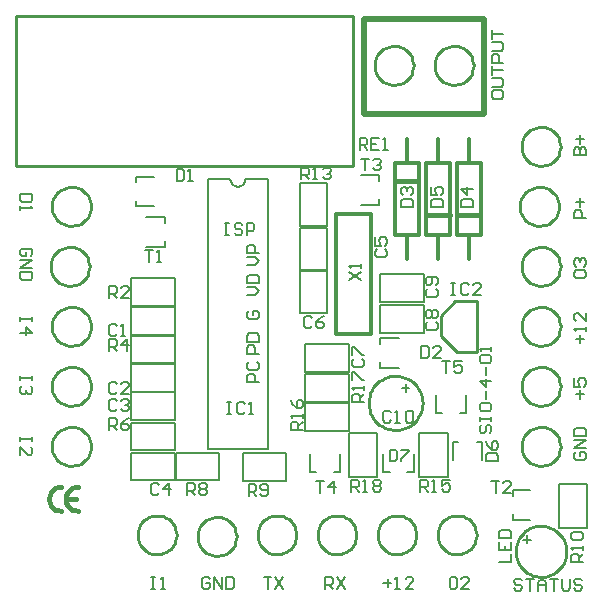
<source format=gto>
%FSLAX23Y23*%
%MOIN*%
G70*
G01*
G75*
%ADD10R,0.063X0.040*%
%ADD11R,0.050X0.040*%
%ADD12R,0.040X0.063*%
%ADD13R,0.040X0.050*%
%ADD14C,0.015*%
%ADD15C,0.025*%
%ADD16C,0.030*%
%ADD17C,0.010*%
%ADD18C,0.020*%
%ADD19C,0.008*%
%ADD20C,0.050*%
%ADD21C,0.062*%
%ADD22C,0.065*%
%ADD23C,0.180*%
%ADD24C,0.125*%
%ADD25C,0.075*%
%ADD26C,0.100*%
%ADD27C,0.069*%
%ADD28C,0.070*%
%ADD29R,0.062X0.062*%
%ADD30R,0.040X0.065*%
%ADD31R,0.065X0.040*%
%ADD32C,0.040*%
%ADD33R,0.040X0.062*%
%ADD34R,0.062X0.040*%
%ADD35C,0.009*%
%ADD36C,0.012*%
%ADD37C,0.007*%
D14*
X9248Y7383D02*
X9238Y7381D01*
X9229Y7378D01*
X9221Y7372D01*
X9215Y7365D01*
X9210Y7357D01*
X9208Y7347D01*
Y7338D01*
X9210Y7328D01*
X9215Y7320D01*
X9221Y7313D01*
X9229Y7307D01*
X9238Y7304D01*
X9248Y7302D01*
X9193Y7383D02*
X9183Y7381D01*
X9174Y7378D01*
X9166Y7372D01*
X9160Y7365D01*
X9155Y7357D01*
X9153Y7347D01*
Y7338D01*
X9155Y7328D01*
X9160Y7320D01*
X9166Y7313D01*
X9174Y7307D01*
X9183Y7304D01*
X9193Y7302D01*
X9212Y7343D02*
X9243D01*
X10517Y8288D02*
X10587D01*
X10413D02*
X10488D01*
X10307Y8403D02*
X10382D01*
D17*
X10877Y7168D02*
X10877Y7178D01*
X10875Y7187D01*
X10872Y7197D01*
X10868Y7206D01*
X10863Y7215D01*
X10857Y7223D01*
X10850Y7230D01*
X10842Y7237D01*
X10834Y7242D01*
X10824Y7246D01*
X10815Y7249D01*
X10805Y7252D01*
X10795Y7252D01*
X10785Y7252D01*
X10775Y7251D01*
X10765Y7248D01*
X10756Y7244D01*
X10747Y7239D01*
X10739Y7234D01*
X10732Y7227D01*
X10725Y7219D01*
X10719Y7211D01*
X10715Y7202D01*
X10711Y7192D01*
X10709Y7183D01*
X10708Y7173D01*
Y7162D01*
X10709Y7152D01*
X10711Y7143D01*
X10715Y7133D01*
X10719Y7124D01*
X10725Y7116D01*
X10732Y7108D01*
X10739Y7101D01*
X10747Y7096D01*
X10756Y7091D01*
X10765Y7087D01*
X10775Y7084D01*
X10785Y7083D01*
X10795Y7083D01*
X10805Y7083D01*
X10815Y7086D01*
X10824Y7089D01*
X10834Y7093D01*
X10842Y7098D01*
X10850Y7105D01*
X10857Y7112D01*
X10863Y7120D01*
X10868Y7129D01*
X10872Y7138D01*
X10875Y7148D01*
X10877Y7157D01*
X10877Y7168D01*
X10398Y7662D02*
X10397Y7672D01*
X10395Y7682D01*
X10393Y7692D01*
X10389Y7701D01*
X10384Y7710D01*
X10379Y7718D01*
X10372Y7725D01*
X10365Y7732D01*
X10357Y7738D01*
X10348Y7743D01*
X10339Y7747D01*
X10330Y7750D01*
X10320Y7752D01*
X10310Y7752D01*
X10300Y7752D01*
X10290Y7751D01*
X10281Y7748D01*
X10271Y7745D01*
X10262Y7740D01*
X10254Y7735D01*
X10247Y7729D01*
X10240Y7722D01*
X10234Y7714D01*
X10228Y7705D01*
X10224Y7696D01*
X10221Y7687D01*
X10219Y7677D01*
X10218Y7667D01*
Y7658D01*
X10219Y7648D01*
X10221Y7638D01*
X10224Y7629D01*
X10228Y7620D01*
X10234Y7611D01*
X10240Y7603D01*
X10247Y7596D01*
X10254Y7590D01*
X10262Y7585D01*
X10271Y7580D01*
X10281Y7577D01*
X10290Y7574D01*
X10300Y7573D01*
X10310Y7573D01*
X10320Y7573D01*
X10330Y7575D01*
X10339Y7578D01*
X10348Y7582D01*
X10357Y7587D01*
X10365Y7593D01*
X10372Y7600D01*
X10379Y7607D01*
X10384Y7615D01*
X10389Y7624D01*
X10393Y7633D01*
X10395Y7643D01*
X10397Y7653D01*
X10398Y7662D01*
X9292Y8318D02*
X9292Y8327D01*
X9289Y8337D01*
X9286Y8346D01*
X9281Y8355D01*
X9274Y8363D01*
X9267Y8369D01*
X9259Y8375D01*
X9249Y8379D01*
X9240Y8381D01*
X9230Y8382D01*
X9220Y8382D01*
X9210Y8380D01*
X9201Y8377D01*
X9192Y8372D01*
X9184Y8366D01*
X9177Y8359D01*
X9172Y8351D01*
X9167Y8342D01*
X9164Y8332D01*
X9163Y8322D01*
Y8313D01*
X9164Y8303D01*
X9167Y8293D01*
X9172Y8284D01*
X9177Y8276D01*
X9184Y8269D01*
X9192Y8263D01*
X9201Y8258D01*
X9210Y8255D01*
X9220Y8253D01*
X9230Y8253D01*
X9240Y8254D01*
X9249Y8256D01*
X9259Y8260D01*
X9267Y8266D01*
X9274Y8272D01*
X9281Y8280D01*
X9286Y8289D01*
X9289Y8298D01*
X9292Y8308D01*
X9292Y8318D01*
X9288Y8118D02*
X9287Y8127D01*
X9284Y8137D01*
X9281Y8146D01*
X9276Y8155D01*
X9269Y8163D01*
X9262Y8169D01*
X9254Y8175D01*
X9244Y8179D01*
X9235Y8181D01*
X9225Y8182D01*
X9215Y8182D01*
X9205Y8180D01*
X9196Y8177D01*
X9187Y8172D01*
X9179Y8166D01*
X9172Y8159D01*
X9167Y8151D01*
X9162Y8142D01*
X9159Y8132D01*
X9158Y8122D01*
Y8113D01*
X9159Y8103D01*
X9162Y8093D01*
X9167Y8084D01*
X9172Y8076D01*
X9179Y8069D01*
X9187Y8063D01*
X9196Y8058D01*
X9205Y8055D01*
X9215Y8053D01*
X9225Y8053D01*
X9235Y8054D01*
X9244Y8056D01*
X9254Y8060D01*
X9262Y8066D01*
X9269Y8072D01*
X9276Y8080D01*
X9281Y8089D01*
X9284Y8098D01*
X9287Y8108D01*
X9288Y8118D01*
X9292Y7918D02*
X9292Y7927D01*
X9289Y7937D01*
X9286Y7946D01*
X9281Y7955D01*
X9274Y7963D01*
X9267Y7969D01*
X9259Y7975D01*
X9249Y7979D01*
X9240Y7981D01*
X9230Y7982D01*
X9220Y7982D01*
X9210Y7980D01*
X9201Y7977D01*
X9192Y7972D01*
X9184Y7966D01*
X9177Y7959D01*
X9172Y7951D01*
X9167Y7942D01*
X9164Y7932D01*
X9163Y7922D01*
Y7913D01*
X9164Y7903D01*
X9167Y7893D01*
X9172Y7884D01*
X9177Y7876D01*
X9184Y7869D01*
X9192Y7863D01*
X9201Y7858D01*
X9210Y7855D01*
X9220Y7853D01*
X9230Y7853D01*
X9240Y7854D01*
X9249Y7856D01*
X9259Y7860D01*
X9267Y7866D01*
X9274Y7872D01*
X9281Y7880D01*
X9286Y7889D01*
X9289Y7898D01*
X9292Y7908D01*
X9292Y7918D01*
Y7718D02*
X9292Y7727D01*
X9289Y7737D01*
X9286Y7746D01*
X9281Y7755D01*
X9274Y7763D01*
X9267Y7769D01*
X9259Y7775D01*
X9249Y7779D01*
X9240Y7781D01*
X9230Y7782D01*
X9220Y7782D01*
X9210Y7780D01*
X9201Y7777D01*
X9192Y7772D01*
X9184Y7766D01*
X9177Y7759D01*
X9172Y7751D01*
X9167Y7742D01*
X9164Y7732D01*
X9163Y7722D01*
Y7713D01*
X9164Y7703D01*
X9167Y7693D01*
X9172Y7684D01*
X9177Y7676D01*
X9184Y7669D01*
X9192Y7663D01*
X9201Y7658D01*
X9210Y7655D01*
X9220Y7653D01*
X9230Y7653D01*
X9240Y7654D01*
X9249Y7656D01*
X9259Y7660D01*
X9267Y7666D01*
X9274Y7672D01*
X9281Y7680D01*
X9286Y7689D01*
X9289Y7698D01*
X9292Y7708D01*
X9292Y7718D01*
Y7517D02*
X9292Y7527D01*
X9289Y7537D01*
X9286Y7546D01*
X9281Y7555D01*
X9274Y7563D01*
X9267Y7569D01*
X9259Y7575D01*
X9249Y7579D01*
X9240Y7581D01*
X9230Y7582D01*
X9220Y7582D01*
X9210Y7580D01*
X9201Y7577D01*
X9192Y7572D01*
X9184Y7566D01*
X9177Y7559D01*
X9172Y7551D01*
X9167Y7542D01*
X9164Y7532D01*
X9163Y7522D01*
Y7513D01*
X9164Y7503D01*
X9167Y7493D01*
X9172Y7484D01*
X9177Y7476D01*
X9184Y7469D01*
X9192Y7463D01*
X9201Y7458D01*
X9210Y7455D01*
X9220Y7453D01*
X9230Y7453D01*
X9240Y7454D01*
X9249Y7456D01*
X9259Y7460D01*
X9267Y7466D01*
X9274Y7472D01*
X9281Y7480D01*
X9286Y7489D01*
X9289Y7498D01*
X9292Y7508D01*
X9292Y7517D01*
X10368Y8788D02*
X10367Y8797D01*
X10364Y8807D01*
X10361Y8816D01*
X10356Y8825D01*
X10349Y8833D01*
X10342Y8839D01*
X10334Y8845D01*
X10324Y8849D01*
X10315Y8851D01*
X10305Y8852D01*
X10295Y8852D01*
X10285Y8850D01*
X10276Y8847D01*
X10267Y8842D01*
X10259Y8836D01*
X10252Y8829D01*
X10247Y8821D01*
X10242Y8812D01*
X10239Y8802D01*
X10238Y8792D01*
Y8783D01*
X10239Y8773D01*
X10242Y8763D01*
X10247Y8754D01*
X10252Y8746D01*
X10259Y8739D01*
X10267Y8733D01*
X10276Y8728D01*
X10285Y8725D01*
X10295Y8723D01*
X10305Y8723D01*
X10315Y8724D01*
X10324Y8726D01*
X10334Y8730D01*
X10342Y8736D01*
X10349Y8742D01*
X10356Y8750D01*
X10361Y8759D01*
X10364Y8768D01*
X10367Y8778D01*
X10368Y8788D01*
X10568D02*
X10567Y8797D01*
X10564Y8807D01*
X10561Y8816D01*
X10556Y8825D01*
X10549Y8833D01*
X10542Y8839D01*
X10534Y8845D01*
X10524Y8849D01*
X10515Y8851D01*
X10505Y8852D01*
X10495Y8852D01*
X10485Y8850D01*
X10476Y8847D01*
X10467Y8842D01*
X10459Y8836D01*
X10452Y8829D01*
X10447Y8821D01*
X10442Y8812D01*
X10439Y8802D01*
X10438Y8792D01*
Y8783D01*
X10439Y8773D01*
X10442Y8763D01*
X10447Y8754D01*
X10452Y8746D01*
X10459Y8739D01*
X10467Y8733D01*
X10476Y8728D01*
X10485Y8725D01*
X10495Y8723D01*
X10505Y8723D01*
X10515Y8724D01*
X10524Y8726D01*
X10534Y8730D01*
X10542Y8736D01*
X10549Y8742D01*
X10556Y8750D01*
X10561Y8759D01*
X10564Y8768D01*
X10567Y8778D01*
X10568Y8788D01*
X10858Y8517D02*
X10857Y8527D01*
X10854Y8537D01*
X10851Y8546D01*
X10846Y8555D01*
X10839Y8563D01*
X10832Y8569D01*
X10824Y8575D01*
X10814Y8579D01*
X10805Y8581D01*
X10795Y8582D01*
X10785Y8582D01*
X10775Y8580D01*
X10766Y8577D01*
X10757Y8572D01*
X10749Y8566D01*
X10742Y8559D01*
X10737Y8551D01*
X10732Y8542D01*
X10729Y8532D01*
X10728Y8522D01*
Y8513D01*
X10729Y8503D01*
X10732Y8493D01*
X10737Y8484D01*
X10742Y8476D01*
X10749Y8469D01*
X10757Y8463D01*
X10766Y8458D01*
X10775Y8455D01*
X10785Y8453D01*
X10795Y8453D01*
X10805Y8454D01*
X10814Y8456D01*
X10824Y8460D01*
X10832Y8466D01*
X10839Y8472D01*
X10846Y8480D01*
X10851Y8489D01*
X10854Y8498D01*
X10857Y8508D01*
X10858Y8517D01*
X10852Y8318D02*
X10852Y8327D01*
X10849Y8337D01*
X10846Y8346D01*
X10841Y8355D01*
X10834Y8363D01*
X10827Y8369D01*
X10819Y8375D01*
X10809Y8379D01*
X10800Y8381D01*
X10790Y8382D01*
X10780Y8382D01*
X10770Y8380D01*
X10761Y8377D01*
X10752Y8372D01*
X10744Y8366D01*
X10737Y8359D01*
X10732Y8351D01*
X10727Y8342D01*
X10724Y8332D01*
X10723Y8322D01*
Y8313D01*
X10724Y8303D01*
X10727Y8293D01*
X10732Y8284D01*
X10737Y8276D01*
X10744Y8269D01*
X10752Y8263D01*
X10761Y8258D01*
X10770Y8255D01*
X10780Y8253D01*
X10790Y8253D01*
X10800Y8254D01*
X10809Y8256D01*
X10819Y8260D01*
X10827Y8266D01*
X10834Y8272D01*
X10841Y8280D01*
X10846Y8289D01*
X10849Y8298D01*
X10852Y8308D01*
X10852Y8318D01*
X10858Y8118D02*
X10857Y8127D01*
X10854Y8137D01*
X10851Y8146D01*
X10846Y8155D01*
X10839Y8163D01*
X10832Y8169D01*
X10824Y8175D01*
X10814Y8179D01*
X10805Y8181D01*
X10795Y8182D01*
X10785Y8182D01*
X10775Y8180D01*
X10766Y8177D01*
X10757Y8172D01*
X10749Y8166D01*
X10742Y8159D01*
X10737Y8151D01*
X10732Y8142D01*
X10729Y8132D01*
X10728Y8122D01*
Y8113D01*
X10729Y8103D01*
X10732Y8093D01*
X10737Y8084D01*
X10742Y8076D01*
X10749Y8069D01*
X10757Y8063D01*
X10766Y8058D01*
X10775Y8055D01*
X10785Y8053D01*
X10795Y8053D01*
X10805Y8054D01*
X10814Y8056D01*
X10824Y8060D01*
X10832Y8066D01*
X10839Y8072D01*
X10846Y8080D01*
X10851Y8089D01*
X10854Y8098D01*
X10857Y8108D01*
X10858Y8118D01*
Y7918D02*
X10857Y7927D01*
X10854Y7937D01*
X10851Y7946D01*
X10846Y7955D01*
X10839Y7963D01*
X10832Y7969D01*
X10824Y7975D01*
X10814Y7979D01*
X10805Y7981D01*
X10795Y7982D01*
X10785Y7982D01*
X10775Y7980D01*
X10766Y7977D01*
X10757Y7972D01*
X10749Y7966D01*
X10742Y7959D01*
X10737Y7951D01*
X10732Y7942D01*
X10729Y7932D01*
X10728Y7922D01*
Y7913D01*
X10729Y7903D01*
X10732Y7893D01*
X10737Y7884D01*
X10742Y7876D01*
X10749Y7869D01*
X10757Y7863D01*
X10766Y7858D01*
X10775Y7855D01*
X10785Y7853D01*
X10795Y7853D01*
X10805Y7854D01*
X10814Y7856D01*
X10824Y7860D01*
X10832Y7866D01*
X10839Y7872D01*
X10846Y7880D01*
X10851Y7889D01*
X10854Y7898D01*
X10857Y7908D01*
X10858Y7918D01*
Y7718D02*
X10857Y7727D01*
X10854Y7737D01*
X10851Y7746D01*
X10846Y7755D01*
X10839Y7763D01*
X10832Y7769D01*
X10824Y7775D01*
X10814Y7779D01*
X10805Y7781D01*
X10795Y7782D01*
X10785Y7782D01*
X10775Y7780D01*
X10766Y7777D01*
X10757Y7772D01*
X10749Y7766D01*
X10742Y7759D01*
X10737Y7751D01*
X10732Y7742D01*
X10729Y7732D01*
X10728Y7722D01*
Y7713D01*
X10729Y7703D01*
X10732Y7693D01*
X10737Y7684D01*
X10742Y7676D01*
X10749Y7669D01*
X10757Y7663D01*
X10766Y7658D01*
X10775Y7655D01*
X10785Y7653D01*
X10795Y7653D01*
X10805Y7654D01*
X10814Y7656D01*
X10824Y7660D01*
X10832Y7666D01*
X10839Y7672D01*
X10846Y7680D01*
X10851Y7689D01*
X10854Y7698D01*
X10857Y7708D01*
X10858Y7718D01*
Y7517D02*
X10857Y7527D01*
X10854Y7537D01*
X10851Y7546D01*
X10846Y7555D01*
X10839Y7563D01*
X10832Y7569D01*
X10824Y7575D01*
X10814Y7579D01*
X10805Y7581D01*
X10795Y7582D01*
X10785Y7582D01*
X10775Y7580D01*
X10766Y7577D01*
X10757Y7572D01*
X10749Y7566D01*
X10742Y7559D01*
X10737Y7551D01*
X10732Y7542D01*
X10729Y7532D01*
X10728Y7522D01*
Y7513D01*
X10729Y7503D01*
X10732Y7493D01*
X10737Y7484D01*
X10742Y7476D01*
X10749Y7469D01*
X10757Y7463D01*
X10766Y7458D01*
X10775Y7455D01*
X10785Y7453D01*
X10795Y7453D01*
X10805Y7454D01*
X10814Y7456D01*
X10824Y7460D01*
X10832Y7466D01*
X10839Y7472D01*
X10846Y7480D01*
X10851Y7489D01*
X10854Y7498D01*
X10857Y7508D01*
X10858Y7517D01*
X9578Y7222D02*
X9577Y7232D01*
X9574Y7242D01*
X9571Y7251D01*
X9566Y7260D01*
X9559Y7268D01*
X9552Y7274D01*
X9544Y7280D01*
X9534Y7284D01*
X9525Y7286D01*
X9515Y7287D01*
X9505Y7287D01*
X9495Y7285D01*
X9486Y7282D01*
X9477Y7277D01*
X9469Y7271D01*
X9462Y7264D01*
X9457Y7256D01*
X9452Y7247D01*
X9449Y7237D01*
X9448Y7227D01*
Y7218D01*
X9449Y7208D01*
X9452Y7198D01*
X9457Y7189D01*
X9462Y7181D01*
X9469Y7174D01*
X9477Y7168D01*
X9486Y7163D01*
X9495Y7160D01*
X9505Y7158D01*
X9515Y7158D01*
X9525Y7159D01*
X9534Y7161D01*
X9544Y7165D01*
X9552Y7171D01*
X9559Y7177D01*
X9566Y7185D01*
X9571Y7194D01*
X9574Y7203D01*
X9577Y7213D01*
X9578Y7222D01*
X9778Y7218D02*
X9777Y7227D01*
X9774Y7237D01*
X9771Y7246D01*
X9766Y7255D01*
X9759Y7263D01*
X9752Y7269D01*
X9744Y7275D01*
X9734Y7279D01*
X9725Y7281D01*
X9715Y7282D01*
X9705Y7282D01*
X9695Y7280D01*
X9686Y7277D01*
X9677Y7272D01*
X9669Y7266D01*
X9662Y7259D01*
X9657Y7251D01*
X9652Y7242D01*
X9649Y7232D01*
X9648Y7222D01*
Y7213D01*
X9649Y7203D01*
X9652Y7193D01*
X9657Y7184D01*
X9662Y7176D01*
X9669Y7169D01*
X9677Y7163D01*
X9686Y7158D01*
X9695Y7155D01*
X9705Y7153D01*
X9715Y7153D01*
X9725Y7154D01*
X9734Y7156D01*
X9744Y7160D01*
X9752Y7166D01*
X9759Y7172D01*
X9766Y7180D01*
X9771Y7189D01*
X9774Y7198D01*
X9777Y7208D01*
X9778Y7218D01*
X9977Y7222D02*
X9977Y7232D01*
X9974Y7242D01*
X9971Y7251D01*
X9966Y7260D01*
X9959Y7268D01*
X9952Y7274D01*
X9944Y7280D01*
X9934Y7284D01*
X9925Y7286D01*
X9915Y7287D01*
X9905Y7287D01*
X9895Y7285D01*
X9886Y7282D01*
X9877Y7277D01*
X9869Y7271D01*
X9862Y7264D01*
X9857Y7256D01*
X9852Y7247D01*
X9849Y7237D01*
X9848Y7227D01*
Y7218D01*
X9849Y7208D01*
X9852Y7198D01*
X9857Y7189D01*
X9862Y7181D01*
X9869Y7174D01*
X9877Y7168D01*
X9886Y7163D01*
X9895Y7160D01*
X9905Y7158D01*
X9915Y7158D01*
X9925Y7159D01*
X9934Y7161D01*
X9944Y7165D01*
X9952Y7171D01*
X9959Y7177D01*
X9966Y7185D01*
X9971Y7194D01*
X9974Y7203D01*
X9977Y7213D01*
X9977Y7222D01*
X10177D02*
X10177Y7232D01*
X10174Y7242D01*
X10171Y7251D01*
X10166Y7260D01*
X10159Y7268D01*
X10152Y7274D01*
X10144Y7280D01*
X10134Y7284D01*
X10125Y7286D01*
X10115Y7287D01*
X10105Y7287D01*
X10095Y7285D01*
X10086Y7282D01*
X10077Y7277D01*
X10069Y7271D01*
X10062Y7264D01*
X10057Y7256D01*
X10052Y7247D01*
X10049Y7237D01*
X10048Y7227D01*
Y7218D01*
X10049Y7208D01*
X10052Y7198D01*
X10057Y7189D01*
X10062Y7181D01*
X10069Y7174D01*
X10077Y7168D01*
X10086Y7163D01*
X10095Y7160D01*
X10105Y7158D01*
X10115Y7158D01*
X10125Y7159D01*
X10134Y7161D01*
X10144Y7165D01*
X10152Y7171D01*
X10159Y7177D01*
X10166Y7185D01*
X10171Y7194D01*
X10174Y7203D01*
X10177Y7213D01*
X10177Y7222D01*
X10377D02*
X10377Y7232D01*
X10374Y7242D01*
X10371Y7251D01*
X10366Y7260D01*
X10359Y7268D01*
X10352Y7274D01*
X10344Y7280D01*
X10334Y7284D01*
X10325Y7286D01*
X10315Y7287D01*
X10305Y7287D01*
X10295Y7285D01*
X10286Y7282D01*
X10277Y7277D01*
X10269Y7271D01*
X10262Y7264D01*
X10257Y7256D01*
X10252Y7247D01*
X10249Y7237D01*
X10248Y7227D01*
Y7218D01*
X10249Y7208D01*
X10252Y7198D01*
X10257Y7189D01*
X10262Y7181D01*
X10269Y7174D01*
X10277Y7168D01*
X10286Y7163D01*
X10295Y7160D01*
X10305Y7158D01*
X10315Y7158D01*
X10325Y7159D01*
X10334Y7161D01*
X10344Y7165D01*
X10352Y7171D01*
X10359Y7177D01*
X10366Y7185D01*
X10371Y7194D01*
X10374Y7203D01*
X10377Y7213D01*
X10377Y7222D01*
X10578D02*
X10577Y7232D01*
X10574Y7242D01*
X10571Y7251D01*
X10566Y7260D01*
X10559Y7268D01*
X10552Y7274D01*
X10544Y7280D01*
X10534Y7284D01*
X10525Y7286D01*
X10515Y7287D01*
X10505Y7287D01*
X10495Y7285D01*
X10486Y7282D01*
X10477Y7277D01*
X10469Y7271D01*
X10462Y7264D01*
X10457Y7256D01*
X10452Y7247D01*
X10449Y7237D01*
X10448Y7227D01*
Y7218D01*
X10449Y7208D01*
X10452Y7198D01*
X10457Y7189D01*
X10462Y7181D01*
X10469Y7174D01*
X10477Y7168D01*
X10486Y7163D01*
X10495Y7160D01*
X10505Y7158D01*
X10515Y7158D01*
X10525Y7159D01*
X10534Y7161D01*
X10544Y7165D01*
X10552Y7171D01*
X10559Y7177D01*
X10566Y7185D01*
X10571Y7194D01*
X10574Y7203D01*
X10577Y7213D01*
X10578Y7222D01*
X10167Y8453D02*
Y8953D01*
X9042D02*
X10167D01*
X9042Y8453D02*
Y8953D01*
Y8453D02*
X10167D01*
X10203Y8688D02*
Y8887D01*
X10507Y8002D02*
X10517D01*
D18*
X10203Y8627D02*
Y8943D01*
Y8627D02*
X10602D01*
X10203Y8943D02*
X10602D01*
Y8627D02*
Y8943D01*
D19*
X9757Y8408D02*
X9759Y8398D01*
X9765Y8390D01*
X9773Y8384D01*
X9783Y8382D01*
X9792Y8384D01*
X9800Y8390D01*
X9806Y8398D01*
X9807Y8408D01*
X10852Y7247D02*
X10946D01*
X10852D02*
Y7391D01*
X10946D01*
Y7247D02*
Y7391D01*
X10698Y7372D02*
X10757D01*
X10698Y7352D02*
Y7372D01*
Y7273D02*
Y7293D01*
Y7273D02*
X10757D01*
X9943Y7403D02*
Y7496D01*
X9800Y7403D02*
X9943D01*
X9800D02*
Y7496D01*
X9943D01*
X9988Y7962D02*
X10080D01*
X9988D02*
Y8106D01*
X10080D01*
Y7962D02*
Y8106D01*
X9988Y8101D02*
X10080D01*
X9988D02*
Y8245D01*
X10080D01*
Y8101D02*
Y8245D01*
X10007Y7765D02*
Y7858D01*
X10151D01*
Y7765D02*
Y7858D01*
X10007Y7765D02*
X10151D01*
X10257Y7878D02*
X10318D01*
X10257Y7858D02*
Y7878D01*
Y7778D02*
Y7798D01*
Y7778D02*
X10318D01*
X10007Y7569D02*
Y7662D01*
X10151D01*
Y7569D02*
Y7662D01*
X10007Y7569D02*
X10151D01*
X10443Y7628D02*
Y7688D01*
Y7628D02*
X10462D01*
X10523D02*
X10542D01*
Y7688D01*
X10597Y7472D02*
Y7532D01*
X10578D02*
X10597D01*
X10498D02*
X10517D01*
X10498Y7472D02*
Y7532D01*
X10387Y7417D02*
X10481D01*
X10387D02*
Y7561D01*
X10481D01*
Y7417D02*
Y7561D01*
X10267Y7432D02*
Y7492D01*
Y7432D02*
X10288D01*
X10347D02*
X10368D01*
Y7492D01*
X10153Y7417D02*
X10245D01*
X10153D02*
Y7561D01*
X10245D01*
Y7417D02*
Y7561D01*
X10007Y7665D02*
Y7758D01*
X10151D01*
Y7665D02*
Y7758D01*
X10007Y7665D02*
X10151D01*
X10023Y7432D02*
Y7492D01*
Y7432D02*
X10042D01*
X10102D02*
X10123D01*
Y7492D01*
X9477Y8182D02*
X9538D01*
Y8203D01*
Y8262D02*
Y8283D01*
X9477D02*
X9538D01*
X9443Y8417D02*
X9502D01*
X9443Y8398D02*
Y8417D01*
Y8318D02*
Y8337D01*
Y8318D02*
X9502D01*
X9427Y7794D02*
Y7887D01*
X9571D01*
Y7794D02*
Y7887D01*
X9427Y7794D02*
X9571D01*
X9682Y8408D02*
X9757D01*
X9807D02*
X9882D01*
Y7508D02*
Y8408D01*
X9682Y7508D02*
X9882D01*
X9682D02*
Y8408D01*
X9427Y7405D02*
X9571D01*
Y7497D01*
X9427D02*
X9571D01*
X9427Y7405D02*
Y7497D01*
Y7504D02*
X9571D01*
Y7597D01*
X9427D02*
X9571D01*
X9427Y7504D02*
Y7597D01*
Y7604D02*
X9571D01*
Y7698D01*
X9427D02*
X9571D01*
X9427Y7604D02*
Y7698D01*
Y7700D02*
X9571D01*
Y7793D01*
X9427D02*
X9571D01*
X9427Y7700D02*
Y7793D01*
X9576Y7405D02*
X9720D01*
Y7497D01*
X9576D02*
X9720D01*
X9576Y7405D02*
Y7497D01*
X9427Y7890D02*
X9571D01*
Y7983D01*
X9427D02*
X9571D01*
X9427Y7890D02*
Y7983D01*
Y7984D02*
X9571D01*
Y8078D01*
X9427D02*
X9571D01*
X9427Y7984D02*
Y8078D01*
X10193Y8422D02*
X10252D01*
Y8403D02*
Y8422D01*
Y8323D02*
Y8342D01*
X10193Y8323D02*
X10252D01*
X10080Y8252D02*
Y8396D01*
X9988D02*
X10080D01*
X9988Y8252D02*
Y8396D01*
Y8252D02*
X10080D01*
X10257Y7999D02*
X10401D01*
Y8092D01*
X10257D02*
X10401D01*
X10257Y7999D02*
Y8092D01*
Y7894D02*
X10401D01*
Y7988D01*
X10257D02*
X10401D01*
X10257Y7894D02*
Y7988D01*
D35*
X10517Y8002D02*
X10578D01*
Y7832D02*
Y8002D01*
X10512Y7832D02*
X10578D01*
X10458Y7887D02*
X10512Y7832D01*
X10458Y7887D02*
Y7952D01*
X10507Y8002D01*
D36*
X10108Y7892D02*
Y8292D01*
X10227D01*
Y7892D02*
Y8292D01*
X10108Y7892D02*
X10227D01*
X10512Y8222D02*
X10592D01*
X10512D02*
Y8462D01*
X10592D01*
Y8222D02*
Y8462D01*
X10552Y8142D02*
Y8222D01*
Y8462D02*
Y8542D01*
X10408Y8222D02*
X10488D01*
X10408D02*
Y8462D01*
X10488D01*
Y8222D02*
Y8462D01*
X10448Y8142D02*
Y8222D01*
Y8462D02*
Y8542D01*
X10307Y8222D02*
X10387D01*
X10307D02*
Y8462D01*
X10387D01*
Y8222D02*
Y8462D01*
X10347Y8142D02*
Y8222D01*
Y8462D02*
Y8542D01*
D37*
X10733Y7207D02*
X10759D01*
X10746Y7221D02*
Y7194D01*
X9738Y8262D02*
X9751D01*
X9744D01*
Y8222D01*
X9738D01*
X9751D01*
X9797Y8256D02*
X9791Y8262D01*
X9777D01*
X9771Y8256D01*
Y8249D01*
X9777Y8242D01*
X9791D01*
X9797Y8236D01*
Y8229D01*
X9791Y8222D01*
X9777D01*
X9771Y8229D01*
X9811Y8222D02*
Y8262D01*
X9831D01*
X9837Y8256D01*
Y8242D01*
X9831Y8236D01*
X9811D01*
X10628Y8697D02*
Y8684D01*
X10634Y8677D01*
X10661D01*
X10667Y8684D01*
Y8697D01*
X10661Y8704D01*
X10634D01*
X10628Y8697D01*
Y8717D02*
X10661D01*
X10667Y8724D01*
Y8737D01*
X10661Y8744D01*
X10628D01*
Y8757D02*
Y8784D01*
Y8771D01*
X10667D01*
Y8797D02*
X10628D01*
Y8817D01*
X10634Y8824D01*
X10648D01*
X10654Y8817D01*
Y8797D01*
X10628Y8837D02*
X10661D01*
X10667Y8844D01*
Y8857D01*
X10661Y8864D01*
X10628D01*
Y8877D02*
Y8904D01*
Y8891D01*
X10667D01*
X10188Y8507D02*
Y8547D01*
X10207D01*
X10214Y8541D01*
Y8527D01*
X10207Y8521D01*
X10188D01*
X10201D02*
X10214Y8507D01*
X10254Y8547D02*
X10227D01*
Y8507D01*
X10254D01*
X10227Y8527D02*
X10241D01*
X10267Y8507D02*
X10281D01*
X10274D01*
Y8547D01*
X10267Y8541D01*
X10594Y7589D02*
X10588Y7582D01*
Y7569D01*
X10594Y7562D01*
X10601D01*
X10608Y7569D01*
Y7582D01*
X10614Y7589D01*
X10621D01*
X10627Y7582D01*
Y7569D01*
X10621Y7562D01*
X10588Y7602D02*
Y7616D01*
Y7609D01*
X10627D01*
Y7602D01*
Y7616D01*
X10588Y7656D02*
Y7642D01*
X10594Y7636D01*
X10621D01*
X10627Y7642D01*
Y7656D01*
X10621Y7662D01*
X10594D01*
X10588Y7656D01*
X10608Y7676D02*
Y7702D01*
X10627Y7736D02*
X10588D01*
X10608Y7716D01*
Y7742D01*
Y7756D02*
Y7782D01*
X10594Y7796D02*
X10588Y7802D01*
Y7816D01*
X10594Y7822D01*
X10621D01*
X10627Y7816D01*
Y7802D01*
X10621Y7796D01*
X10594D01*
X10627Y7836D02*
Y7849D01*
Y7842D01*
X10588D01*
X10594Y7836D01*
X10653Y7133D02*
X10693D01*
Y7159D01*
X10653Y7199D02*
Y7172D01*
X10693D01*
Y7199D01*
X10673Y7172D02*
Y7186D01*
X10653Y7212D02*
X10693D01*
Y7232D01*
X10686Y7239D01*
X10659D01*
X10653Y7232D01*
Y7212D01*
X10328Y7712D02*
X10354D01*
X10341Y7726D02*
Y7699D01*
X10294Y7631D02*
X10287Y7637D01*
X10274D01*
X10267Y7631D01*
Y7604D01*
X10274Y7597D01*
X10287D01*
X10294Y7604D01*
X10307Y7597D02*
X10321D01*
X10314D01*
Y7637D01*
X10307Y7631D01*
X10341D02*
X10347Y7637D01*
X10361D01*
X10367Y7631D01*
Y7604D01*
X10361Y7597D01*
X10347D01*
X10341Y7604D01*
Y7631D01*
X9852Y7827D02*
X9813D01*
Y7847D01*
X9819Y7854D01*
X9833D01*
X9839Y7847D01*
Y7827D01*
X9813Y7867D02*
X9852D01*
Y7887D01*
X9846Y7894D01*
X9819D01*
X9813Y7887D01*
Y7867D01*
X9852Y7733D02*
X9813D01*
Y7752D01*
X9819Y7759D01*
X9833D01*
X9839Y7752D01*
Y7733D01*
X9819Y7799D02*
X9813Y7792D01*
Y7779D01*
X9819Y7772D01*
X9846D01*
X9852Y7779D01*
Y7792D01*
X9846Y7799D01*
X9819Y7969D02*
X9813Y7962D01*
Y7949D01*
X9819Y7943D01*
X9846D01*
X9852Y7949D01*
Y7962D01*
X9846Y7969D01*
X9833D01*
Y7956D01*
X9813Y8023D02*
X9839D01*
X9852Y8036D01*
X9839Y8049D01*
X9813D01*
Y8062D02*
X9852D01*
Y8082D01*
X9846Y8089D01*
X9819D01*
X9813Y8082D01*
Y8062D01*
Y8123D02*
X9839D01*
X9852Y8136D01*
X9839Y8149D01*
X9813D01*
X9852Y8162D02*
X9813D01*
Y8182D01*
X9819Y8189D01*
X9833D01*
X9839Y8182D01*
Y8162D01*
X10903Y8488D02*
X10943D01*
Y8507D01*
X10936Y8514D01*
X10929D01*
X10923Y8507D01*
Y8488D01*
Y8507D01*
X10916Y8514D01*
X10909D01*
X10903Y8507D01*
Y8488D01*
X10923Y8527D02*
Y8554D01*
X10909Y8541D02*
X10936D01*
X10943Y8278D02*
X10903D01*
Y8297D01*
X10909Y8304D01*
X10923D01*
X10929Y8297D01*
Y8278D01*
X10923Y8317D02*
Y8344D01*
X10909Y8331D02*
X10936D01*
X10507Y7082D02*
X10494D01*
X10488Y7076D01*
Y7049D01*
X10494Y7043D01*
X10507D01*
X10514Y7049D01*
Y7076D01*
X10507Y7082D01*
X10554Y7043D02*
X10527D01*
X10554Y7069D01*
Y7076D01*
X10547Y7082D01*
X10534D01*
X10527Y7076D01*
X10903Y8097D02*
Y8084D01*
X10909Y8078D01*
X10936D01*
X10943Y8084D01*
Y8097D01*
X10936Y8104D01*
X10909D01*
X10903Y8097D01*
X10909Y8117D02*
X10903Y8124D01*
Y8137D01*
X10909Y8144D01*
X10916D01*
X10923Y8137D01*
Y8131D01*
Y8137D01*
X10929Y8144D01*
X10936D01*
X10943Y8137D01*
Y8124D01*
X10936Y8117D01*
X10923Y7863D02*
Y7889D01*
X10909Y7876D02*
X10936D01*
X10943Y7902D02*
Y7916D01*
Y7909D01*
X10903D01*
X10909Y7902D01*
X10943Y7962D02*
Y7936D01*
X10916Y7962D01*
X10909D01*
X10903Y7956D01*
Y7942D01*
X10909Y7936D01*
X10923Y7677D02*
Y7704D01*
X10909Y7691D02*
X10936D01*
X10903Y7744D02*
Y7717D01*
X10923D01*
X10916Y7731D01*
Y7737D01*
X10923Y7744D01*
X10936D01*
X10943Y7737D01*
Y7724D01*
X10936Y7717D01*
X10909Y7499D02*
X10903Y7492D01*
Y7479D01*
X10909Y7472D01*
X10936D01*
X10943Y7479D01*
Y7492D01*
X10936Y7499D01*
X10923D01*
Y7486D01*
X10943Y7512D02*
X10903D01*
X10943Y7539D01*
X10903D01*
Y7552D02*
X10943D01*
Y7572D01*
X10936Y7579D01*
X10909D01*
X10903Y7572D01*
Y7552D01*
X10267Y7062D02*
X10294D01*
X10281Y7076D02*
Y7049D01*
X10307Y7043D02*
X10321D01*
X10314D01*
Y7082D01*
X10307Y7076D01*
X10367Y7043D02*
X10341D01*
X10367Y7069D01*
Y7076D01*
X10361Y7082D01*
X10347D01*
X10341Y7076D01*
X9097Y8358D02*
X9057D01*
Y8338D01*
X9064Y8331D01*
X9091D01*
X9097Y8338D01*
Y8358D01*
X9057Y8318D02*
Y8304D01*
Y8311D01*
X9097D01*
X9091Y8318D01*
Y8151D02*
X9097Y8158D01*
Y8171D01*
X9091Y8177D01*
X9064D01*
X9057Y8171D01*
Y8158D01*
X9064Y8151D01*
X9077D01*
Y8164D01*
X9057Y8138D02*
X9097D01*
X9057Y8111D01*
X9097D01*
Y8098D02*
X9057D01*
Y8078D01*
X9064Y8071D01*
X9091D01*
X9097Y8078D01*
Y8098D01*
X9689Y7076D02*
X9682Y7082D01*
X9669D01*
X9663Y7076D01*
Y7049D01*
X9669Y7043D01*
X9682D01*
X9689Y7049D01*
Y7062D01*
X9676D01*
X9702Y7043D02*
Y7082D01*
X9729Y7043D01*
Y7082D01*
X9742D02*
Y7043D01*
X9762D01*
X9769Y7049D01*
Y7076D01*
X9762Y7082D01*
X9742D01*
X9493D02*
X9506D01*
X9499D01*
Y7043D01*
X9493D01*
X9506D01*
X9526D02*
X9539D01*
X9532D01*
Y7082D01*
X9526Y7076D01*
X9097Y7548D02*
Y7534D01*
Y7541D01*
X9057D01*
Y7548D01*
Y7534D01*
Y7488D02*
Y7514D01*
X9084Y7488D01*
X9091D01*
X9097Y7494D01*
Y7508D01*
X9091Y7514D01*
X9097Y7753D02*
Y7739D01*
Y7746D01*
X9057D01*
Y7753D01*
Y7739D01*
X9091Y7719D02*
X9097Y7713D01*
Y7699D01*
X9091Y7693D01*
X9084D01*
X9077Y7699D01*
Y7706D01*
Y7699D01*
X9071Y7693D01*
X9064D01*
X9057Y7699D01*
Y7713D01*
X9064Y7719D01*
X9097Y7948D02*
Y7934D01*
Y7941D01*
X9057D01*
Y7948D01*
Y7934D01*
Y7894D02*
X9097D01*
X9077Y7914D01*
Y7888D01*
X10073Y7043D02*
Y7082D01*
X10092D01*
X10099Y7076D01*
Y7062D01*
X10092Y7056D01*
X10073D01*
X10086D02*
X10099Y7043D01*
X10112Y7082D02*
X10139Y7043D01*
Y7082D02*
X10112Y7043D01*
X9868Y7082D02*
X9894D01*
X9881D01*
Y7043D01*
X9907Y7082D02*
X9934Y7043D01*
Y7082D02*
X9907Y7043D01*
X10729Y7071D02*
X10722Y7077D01*
X10709D01*
X10703Y7071D01*
Y7064D01*
X10709Y7057D01*
X10722D01*
X10729Y7051D01*
Y7044D01*
X10722Y7037D01*
X10709D01*
X10703Y7044D01*
X10742Y7077D02*
X10769D01*
X10756D01*
Y7037D01*
X10782D02*
Y7064D01*
X10796Y7077D01*
X10809Y7064D01*
Y7037D01*
Y7057D01*
X10782D01*
X10822Y7077D02*
X10849D01*
X10836D01*
Y7037D01*
X10862Y7077D02*
Y7044D01*
X10869Y7037D01*
X10882D01*
X10889Y7044D01*
Y7077D01*
X10929Y7071D02*
X10922Y7077D01*
X10909D01*
X10902Y7071D01*
Y7064D01*
X10909Y7057D01*
X10922D01*
X10929Y7051D01*
Y7044D01*
X10922Y7037D01*
X10909D01*
X10902Y7044D01*
X10493Y8062D02*
X10506D01*
X10499D01*
Y8023D01*
X10493D01*
X10506D01*
X10552Y8056D02*
X10546Y8062D01*
X10532D01*
X10526Y8056D01*
Y8029D01*
X10532Y8023D01*
X10546D01*
X10552Y8029D01*
X10592Y8023D02*
X10566D01*
X10592Y8049D01*
Y8056D01*
X10586Y8062D01*
X10572D01*
X10566Y8056D01*
X10932Y7133D02*
X10893D01*
Y7152D01*
X10899Y7159D01*
X10913D01*
X10919Y7152D01*
Y7133D01*
Y7146D02*
X10932Y7159D01*
Y7172D02*
Y7186D01*
Y7179D01*
X10893D01*
X10899Y7172D01*
Y7206D02*
X10893Y7212D01*
Y7226D01*
X10899Y7232D01*
X10926D01*
X10932Y7226D01*
Y7212D01*
X10926Y7206D01*
X10899D01*
X10627Y7402D02*
X10654D01*
X10641D01*
Y7363D01*
X10694D02*
X10667D01*
X10694Y7389D01*
Y7396D01*
X10687Y7402D01*
X10674D01*
X10667Y7396D01*
X9818Y7353D02*
Y7393D01*
X9837D01*
X9844Y7387D01*
Y7373D01*
X9837Y7367D01*
X9818D01*
X9831D02*
X9844Y7353D01*
X9857Y7360D02*
X9864Y7353D01*
X9877D01*
X9884Y7360D01*
Y7387D01*
X9877Y7393D01*
X9864D01*
X9857Y7387D01*
Y7380D01*
X9864Y7373D01*
X9884D01*
X10030Y7946D02*
X10023Y7952D01*
X10010D01*
X10003Y7946D01*
Y7919D01*
X10010Y7912D01*
X10023D01*
X10030Y7919D01*
X10070Y7952D02*
X10057Y7946D01*
X10043Y7932D01*
Y7919D01*
X10050Y7912D01*
X10063D01*
X10070Y7919D01*
Y7926D01*
X10063Y7932D01*
X10043D01*
X10245Y8174D02*
X10239Y8167D01*
Y8154D01*
X10245Y8148D01*
X10272D01*
X10278Y8154D01*
Y8167D01*
X10272Y8174D01*
X10239Y8214D02*
Y8187D01*
X10259D01*
X10252Y8201D01*
Y8207D01*
X10259Y8214D01*
X10272D01*
X10278Y8207D01*
Y8194D01*
X10272Y8187D01*
X10169Y7808D02*
X10163Y7801D01*
Y7788D01*
X10169Y7781D01*
X10196D01*
X10203Y7788D01*
Y7801D01*
X10196Y7808D01*
X10163Y7821D02*
Y7848D01*
X10169D01*
X10196Y7821D01*
X10203D01*
X10392Y7852D02*
Y7812D01*
X10412D01*
X10419Y7819D01*
Y7846D01*
X10412Y7852D01*
X10392D01*
X10459Y7812D02*
X10432D01*
X10459Y7839D01*
Y7846D01*
X10452Y7852D01*
X10439D01*
X10432Y7846D01*
X9998Y7571D02*
X9958D01*
Y7591D01*
X9964Y7598D01*
X9978D01*
X9984Y7591D01*
Y7571D01*
Y7585D02*
X9998Y7598D01*
Y7611D02*
Y7625D01*
Y7618D01*
X9958D01*
X9964Y7611D01*
X9958Y7671D02*
X9964Y7658D01*
X9978Y7645D01*
X9991D01*
X9998Y7651D01*
Y7665D01*
X9991Y7671D01*
X9984D01*
X9978Y7665D01*
Y7645D01*
X10462Y7802D02*
X10489D01*
X10476D01*
Y7762D01*
X10529Y7802D02*
X10502D01*
Y7782D01*
X10516Y7789D01*
X10522D01*
X10529Y7782D01*
Y7769D01*
X10522Y7762D01*
X10509D01*
X10502Y7769D01*
X10608Y7468D02*
X10648D01*
Y7487D01*
X10641Y7494D01*
X10614D01*
X10608Y7487D01*
Y7468D01*
Y7534D02*
X10614Y7521D01*
X10628Y7507D01*
X10641D01*
X10648Y7514D01*
Y7527D01*
X10641Y7534D01*
X10634D01*
X10628Y7527D01*
Y7507D01*
X10389Y7367D02*
Y7407D01*
X10408D01*
X10415Y7401D01*
Y7387D01*
X10408Y7381D01*
X10389D01*
X10402D02*
X10415Y7367D01*
X10428D02*
X10442D01*
X10435D01*
Y7407D01*
X10428Y7401D01*
X10488Y7407D02*
X10462D01*
Y7387D01*
X10475Y7394D01*
X10482D01*
X10488Y7387D01*
Y7374D01*
X10482Y7367D01*
X10468D01*
X10462Y7374D01*
X10288Y7507D02*
Y7468D01*
X10307D01*
X10314Y7474D01*
Y7501D01*
X10307Y7507D01*
X10288D01*
X10327D02*
X10354D01*
Y7501D01*
X10327Y7474D01*
Y7468D01*
X10158Y7367D02*
Y7407D01*
X10178D01*
X10185Y7401D01*
Y7387D01*
X10178Y7381D01*
X10158D01*
X10172D02*
X10185Y7367D01*
X10198D02*
X10212D01*
X10205D01*
Y7407D01*
X10198Y7401D01*
X10232D02*
X10238Y7407D01*
X10252D01*
X10258Y7401D01*
Y7394D01*
X10252Y7387D01*
X10258Y7381D01*
Y7374D01*
X10252Y7367D01*
X10238D01*
X10232Y7374D01*
Y7381D01*
X10238Y7387D01*
X10232Y7394D01*
Y7401D01*
X10238Y7387D02*
X10252D01*
X10203Y7667D02*
X10163D01*
Y7686D01*
X10169Y7693D01*
X10183D01*
X10189Y7686D01*
Y7667D01*
Y7680D02*
X10203Y7693D01*
Y7706D02*
Y7720D01*
Y7713D01*
X10163D01*
X10169Y7706D01*
X10163Y7740D02*
Y7766D01*
X10169D01*
X10196Y7740D01*
X10203D01*
X10042Y7402D02*
X10069D01*
X10056D01*
Y7363D01*
X10102D02*
Y7402D01*
X10082Y7382D01*
X10109D01*
X9472Y8172D02*
X9499D01*
X9486D01*
Y8132D01*
X9512D02*
X9526D01*
X9519D01*
Y8172D01*
X9512Y8166D01*
X9578Y8442D02*
Y8403D01*
X9597D01*
X9604Y8409D01*
Y8436D01*
X9597Y8442D01*
X9578D01*
X9617Y8403D02*
X9631D01*
X9624D01*
Y8442D01*
X9617Y8436D01*
X9352Y7837D02*
Y7876D01*
X9372D01*
X9379Y7870D01*
Y7856D01*
X9372Y7850D01*
X9352D01*
X9366D02*
X9379Y7837D01*
X9412D02*
Y7876D01*
X9392Y7856D01*
X9419D01*
X9747Y7666D02*
X9760D01*
X9753D01*
Y7627D01*
X9747D01*
X9760D01*
X9806Y7660D02*
X9800Y7666D01*
X9786D01*
X9780Y7660D01*
Y7633D01*
X9786Y7627D01*
X9800D01*
X9806Y7633D01*
X9820Y7627D02*
X9833D01*
X9826D01*
Y7666D01*
X9820Y7660D01*
X9519Y7390D02*
X9512Y7396D01*
X9499D01*
X9493Y7390D01*
Y7363D01*
X9499Y7357D01*
X9512D01*
X9519Y7363D01*
X9552Y7357D02*
Y7396D01*
X9532Y7376D01*
X9559D01*
X9352Y7571D02*
Y7611D01*
X9372D01*
X9379Y7605D01*
Y7591D01*
X9372Y7585D01*
X9352D01*
X9366D02*
X9379Y7571D01*
X9419Y7611D02*
X9406Y7605D01*
X9392Y7591D01*
Y7578D01*
X9399Y7571D01*
X9412D01*
X9419Y7578D01*
Y7585D01*
X9412Y7591D01*
X9392D01*
X9379Y7670D02*
X9372Y7676D01*
X9359D01*
X9352Y7670D01*
Y7643D01*
X9359Y7636D01*
X9372D01*
X9379Y7643D01*
X9392Y7670D02*
X9399Y7676D01*
X9412D01*
X9419Y7670D01*
Y7663D01*
X9412Y7656D01*
X9406D01*
X9412D01*
X9419Y7650D01*
Y7643D01*
X9412Y7636D01*
X9399D01*
X9392Y7643D01*
X9379Y7725D02*
X9372Y7731D01*
X9359D01*
X9352Y7725D01*
Y7698D01*
X9359Y7692D01*
X9372D01*
X9379Y7698D01*
X9419Y7692D02*
X9392D01*
X9419Y7718D01*
Y7725D01*
X9412Y7731D01*
X9399D01*
X9392Y7725D01*
X9613Y7357D02*
Y7396D01*
X9632D01*
X9639Y7390D01*
Y7376D01*
X9632Y7370D01*
X9613D01*
X9626D02*
X9639Y7357D01*
X9652Y7390D02*
X9659Y7396D01*
X9672D01*
X9679Y7390D01*
Y7383D01*
X9672Y7376D01*
X9679Y7370D01*
Y7363D01*
X9672Y7357D01*
X9659D01*
X9652Y7363D01*
Y7370D01*
X9659Y7376D01*
X9652Y7383D01*
Y7390D01*
X9659Y7376D02*
X9672D01*
X9379Y7920D02*
X9372Y7926D01*
X9359D01*
X9352Y7920D01*
Y7893D01*
X9359Y7886D01*
X9372D01*
X9379Y7893D01*
X9392Y7886D02*
X9406D01*
X9399D01*
Y7926D01*
X9392Y7920D01*
X9352Y8012D02*
Y8051D01*
X9372D01*
X9379Y8045D01*
Y8031D01*
X9372Y8025D01*
X9352D01*
X9366D02*
X9379Y8012D01*
X9419D02*
X9392D01*
X9419Y8038D01*
Y8045D01*
X9412Y8051D01*
X9399D01*
X9392Y8045D01*
X10152Y8071D02*
X10191Y8098D01*
X10152D02*
X10191Y8071D01*
Y8111D02*
Y8125D01*
Y8118D01*
X10152D01*
X10158Y8111D01*
X10527Y8316D02*
X10566D01*
Y8336D01*
X10560Y8343D01*
X10533D01*
X10527Y8336D01*
Y8316D01*
X10566Y8376D02*
X10527D01*
X10547Y8356D01*
Y8383D01*
X10427Y8316D02*
X10467D01*
Y8336D01*
X10460Y8343D01*
X10433D01*
X10427Y8336D01*
Y8316D01*
Y8383D02*
Y8356D01*
X10447D01*
X10440Y8370D01*
Y8376D01*
X10447Y8383D01*
X10460D01*
X10467Y8376D01*
Y8363D01*
X10460Y8356D01*
X10327Y8316D02*
X10366D01*
Y8336D01*
X10360Y8343D01*
X10333D01*
X10327Y8336D01*
Y8316D01*
X10333Y8356D02*
X10327Y8363D01*
Y8376D01*
X10333Y8383D01*
X10340D01*
X10347Y8376D01*
Y8370D01*
Y8376D01*
X10353Y8383D01*
X10360D01*
X10366Y8376D01*
Y8363D01*
X10360Y8356D01*
X10193Y8477D02*
X10219D01*
X10206D01*
Y8438D01*
X10232Y8471D02*
X10239Y8477D01*
X10252D01*
X10259Y8471D01*
Y8464D01*
X10252Y8457D01*
X10246D01*
X10252D01*
X10259Y8451D01*
Y8444D01*
X10252Y8438D01*
X10239D01*
X10232Y8444D01*
X9993Y8408D02*
Y8447D01*
X10013D01*
X10020Y8441D01*
Y8427D01*
X10013Y8421D01*
X9993D01*
X10007D02*
X10020Y8408D01*
X10033D02*
X10047D01*
X10040D01*
Y8447D01*
X10033Y8441D01*
X10067D02*
X10073Y8447D01*
X10087D01*
X10093Y8441D01*
Y8434D01*
X10087Y8427D01*
X10080D01*
X10087D01*
X10093Y8421D01*
Y8414D01*
X10087Y8408D01*
X10073D01*
X10067Y8414D01*
X10414Y8043D02*
X10408Y8036D01*
Y8023D01*
X10414Y8017D01*
X10441D01*
X10448Y8023D01*
Y8036D01*
X10441Y8043D01*
Y8056D02*
X10448Y8063D01*
Y8076D01*
X10441Y8083D01*
X10414D01*
X10408Y8076D01*
Y8063D01*
X10414Y8056D01*
X10421D01*
X10428Y8063D01*
Y8083D01*
X10414Y7933D02*
X10408Y7926D01*
Y7913D01*
X10414Y7906D01*
X10441D01*
X10448Y7913D01*
Y7926D01*
X10441Y7933D01*
X10414Y7946D02*
X10408Y7953D01*
Y7966D01*
X10414Y7973D01*
X10421D01*
X10428Y7966D01*
X10434Y7973D01*
X10441D01*
X10448Y7966D01*
Y7953D01*
X10441Y7946D01*
X10434D01*
X10428Y7953D01*
X10421Y7946D01*
X10414D01*
X10428Y7953D02*
Y7966D01*
M02*

</source>
